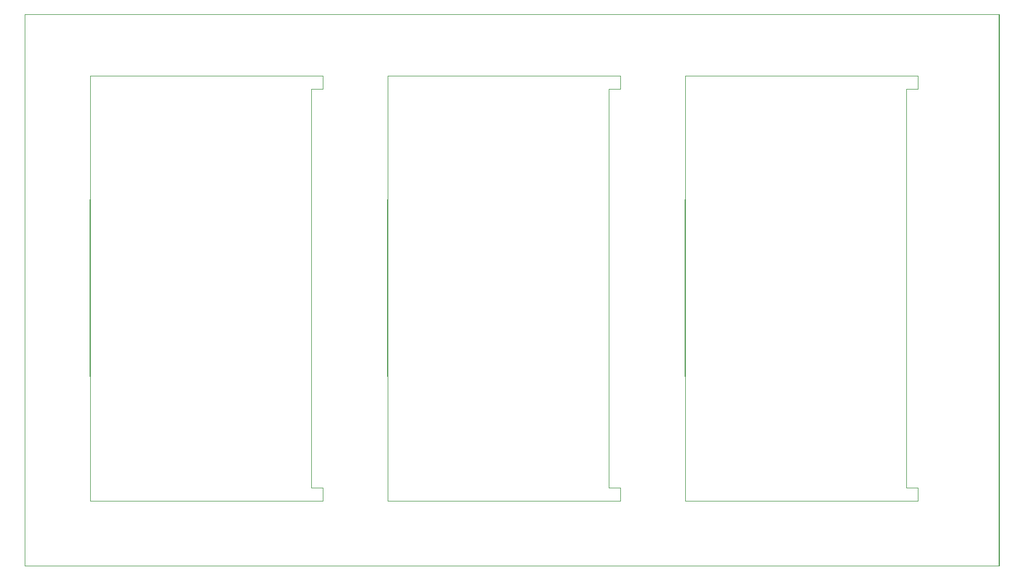
<source format=gm1>
G04*
G04 #@! TF.GenerationSoftware,Altium Limited,Altium NEXUS,2.0.14 (187)*
G04*
G04 Layer_Color=16711935*
%FSLAX44Y44*%
%MOMM*%
G71*
G01*
G75*
%ADD56C,0.2000*%
%ADD57C,0.1500*%
%ADD65C,0.1000*%
D56*
X1017010Y292000D02*
Y564500D01*
X559010Y292000D02*
Y564500D01*
X101010Y292000D02*
Y564500D01*
D57*
X1500000Y0D02*
Y850000D01*
D65*
X0Y0D02*
X1500000D01*
X0Y850000D02*
X1500000D01*
X0Y0D02*
Y850000D01*
X1375000Y100000D02*
Y120000D01*
X1357000D01*
X1375000Y100000D02*
X1357000D01*
X1357000Y120000D02*
Y735000D01*
X1357000Y755000D02*
X1017000D01*
Y100000D02*
Y755000D01*
X1357000Y100000D02*
X1017000D01*
X1375000Y755000D02*
X1357000D01*
X1375000Y735000D02*
X1357000D01*
X1375000D02*
Y738000D01*
Y755000D01*
X917000Y100000D02*
Y120000D01*
X899000D01*
X917000Y100000D02*
X899000D01*
X899000Y120000D02*
Y735000D01*
X899000Y755000D02*
X559000D01*
Y100000D02*
Y755000D01*
X899000Y100000D02*
X559000D01*
X917000Y755000D02*
X899000D01*
X917000Y735000D02*
X899000D01*
X917000D02*
Y738000D01*
Y755000D01*
X459000Y100000D02*
Y120000D01*
X441000D01*
X459000Y100000D02*
X441000D01*
X441000Y120000D02*
Y735000D01*
X441000Y755000D02*
X101000D01*
Y100000D02*
Y755000D01*
X441000Y100000D02*
X101000D01*
X459000Y755000D02*
X441000D01*
X459000Y735000D02*
X441000D01*
X459000D02*
Y738000D01*
Y755000D01*
M02*

</source>
